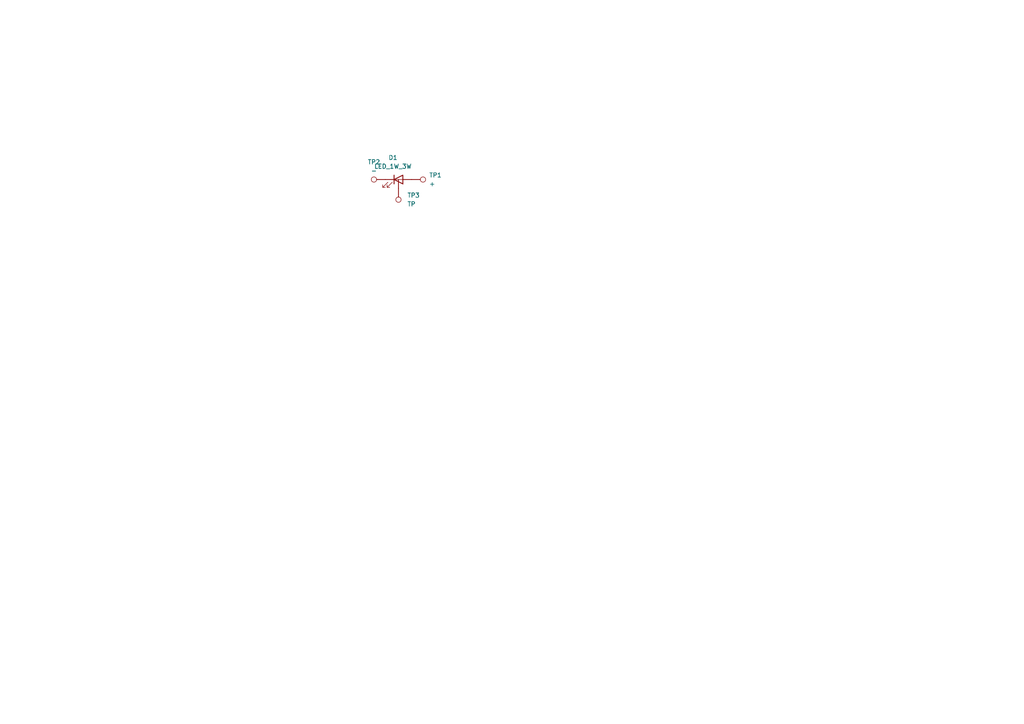
<source format=kicad_sch>
(kicad_sch (version 20231120) (generator "eeschema") (generator_version "8.0")
  (paper "A4")
  (lib_symbols
    (symbol "Connector:TestPoint" (pin_numbers hide) (pin_names (offset 0.762) hide)
      (property "Reference" "TP" (at 0 6.858 0))
      (property "Value" "TestPoint" (at 0 5.08 0))
      (symbol "TestPoint_0_1"
        (circle (center 0 3.302) (radius 0.762))
      )
      (symbol "TestPoint_1_1"
        (pin passive line (at 0 0 90) (length 2.54) (name "1") (number "1"))
      )
    )
    (symbol "cnhardware:LED_1W_3W" (pin_numbers hide) (pin_names (offset 1.016) hide)
      (property "Reference" "D?" (at -0.3174 -3.81 90))
      (property "Value" "LED_1W_3W" (at -2.8574 -3.81 90))
      (symbol "LED_1W_3W_0_1"
        (polyline (pts (xy -1.27 -1.27) (xy -1.27 1.27)) (stroke (width 0.254)))
        (polyline (pts (xy -1.27 0) (xy 1.27 0)))
        (polyline (pts (xy 1.27 -1.27) (xy 1.27 1.27) (xy -1.27 0) (xy 1.27 -1.27)) (stroke (width 0.254)))
        (polyline (pts (xy -3.048 -0.762) (xy -4.572 -2.286) (xy -3.81 -2.286) (xy -4.572 -2.286) (xy -4.572 -1.524)))
        (polyline (pts (xy -1.778 -0.762) (xy -3.302 -2.286) (xy -2.54 -2.286) (xy -3.302 -2.286) (xy -3.302 -1.524)))
      )
      (symbol "LED_1W_3W_1_1"
        (pin passive line (at -3.81 0 0) (length 2.54) (name "K") (number "1"))
        (pin passive line (at 3.81 0 180) (length 2.54) (name "A") (number "2"))
        (pin bidirectional line (at 0 -2.54 90) (length 2.54) (name "PAD") (number "3"))
      )
    )
  )
  (symbol (lib_id "Connector:TestPoint") (at 115.57 54.61 180) (unit 1)
    (property "Reference" "TP3" (at 118.11 56.6419 0) (effects (justify right)))
    (property "Value" "TP" (at 118.11 59.1819 0) (effects (justify right)))
    (property "Footprint" "TestPoint:TestPoint_Pad_D2.0mm" (effects (hide yes)))
    (property "Description" "test point" (effects (hide yes)))
  )
  (symbol (lib_id "Connector:TestPoint") (at 111.76 52.07 90) (unit 1)
    (property "Reference" "TP2" (at 108.458 46.99 90))
    (property "Value" "-" (at 108.458 49.53 90))
    (property "Footprint" "TestPoint:TestPoint_Pad_D2.0mm" (effects (hide yes)))
    (property "Description" "test point" (effects (hide yes)))
  )
  (symbol (lib_id "Connector:TestPoint") (at 119.38 52.07 270) (unit 1)
    (property "Reference" "TP1" (at 124.46 50.7999 90) (effects (justify left)))
    (property "Value" "+" (at 124.46 53.3399 90) (effects (justify left)))
    (property "Footprint" "TestPoint:TestPoint_Pad_D2.0mm" (effects (hide yes)))
    (property "Description" "test point" (effects (hide yes)))
  )
  (symbol (lib_id "cnhardware:LED_1W_3W") (at 115.57 52.07 0) (unit 1)
    (property "Reference" "D1" (at 113.9825 45.72 0))
    (property "Value" "LED_1W_3W" (at 113.9825 48.26 0))
    (property "Footprint" "cnhardware:LED_1W_3W_R8-FOR-ALUMINIUM-SUBSTRATE" (effects (hide yes)))
    (property "Description" "Light emitting diode" (effects (hide yes)))
  )
)
</source>
